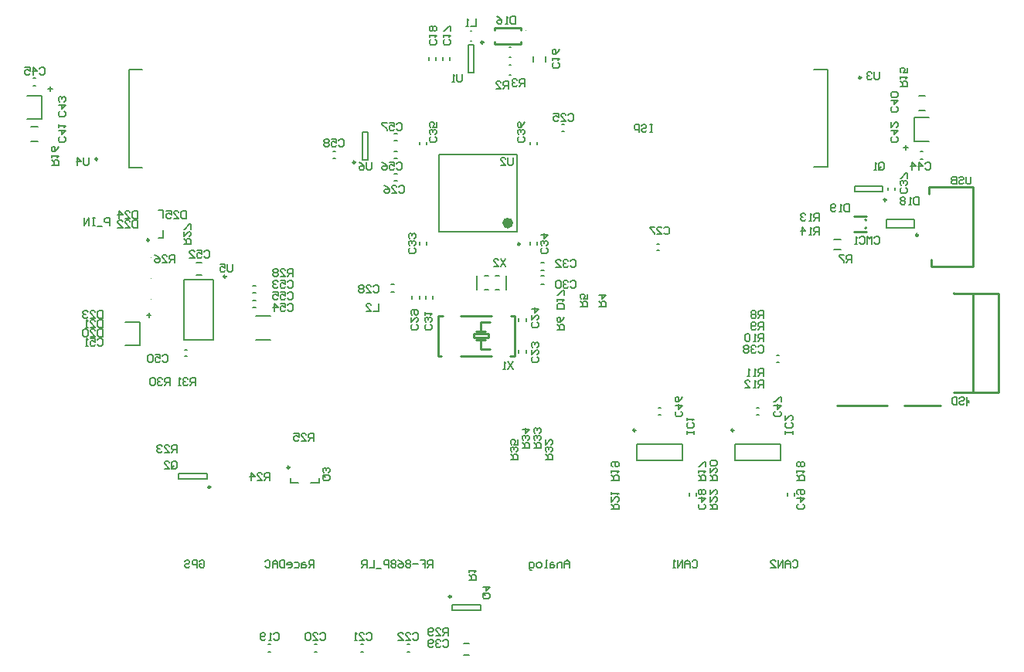
<source format=gbo>
G04 Layer_Color=32896*
%FSLAX44Y44*%
%MOMM*%
G71*
G01*
G75*
%ADD12C,0.2540*%
%ADD79C,0.1778*%
%ADD80C,0.1500*%
%ADD132C,0.2500*%
%ADD133C,0.2000*%
%ADD134C,0.1000*%
%ADD135C,0.6000*%
D12*
X494250Y199750D02*
Y207250D01*
X496250Y119500D02*
X542500D01*
X496250D02*
Y127250D01*
X494250Y207250D02*
X542500D01*
Y119500D02*
Y207250D01*
X542000Y89850D02*
X570000D01*
Y-17900D02*
Y89850D01*
X542000Y-17900D02*
X570000D01*
X521000Y89850D02*
Y91350D01*
Y89850D02*
X542000D01*
Y-17900D02*
Y89850D01*
X521000Y-17900D02*
X542000D01*
X467000Y-32900D02*
X506500D01*
X393000D02*
X448000D01*
X411750Y157750D02*
X425750D01*
X411750Y174750D02*
X425750D01*
X18000Y381500D02*
X47000D01*
X18000Y363500D02*
X47000D01*
Y379020D02*
Y381500D01*
X18000Y379020D02*
Y381500D01*
X47000Y363500D02*
Y365980D01*
X18000Y363500D02*
Y365980D01*
X11000Y42000D02*
Y46000D01*
X-5000Y42000D02*
X11000D01*
X-5000D02*
Y46000D01*
X11000D01*
X3000Y29000D02*
X13000D01*
X3000D02*
Y39000D01*
X-2000D02*
X8000D01*
X3000Y49000D02*
Y59000D01*
X-2000Y49000D02*
X8000D01*
X3000Y59000D02*
X13000D01*
X35000Y22000D02*
X40000D01*
Y66000D01*
X36000D02*
X40000D01*
X-44000Y22000D02*
X-40000D01*
X-44000D02*
Y66000D01*
X-39000D01*
X-19000D02*
X15000D01*
X-19000Y22000D02*
X15000D01*
D79*
X-1000Y94750D02*
Y109250D01*
X31000Y94750D02*
Y109250D01*
X19000Y94750D02*
X23000D01*
X7000D02*
X11000D01*
X19000Y109250D02*
X23000D01*
X7000D02*
X11000D01*
X195500Y144750D02*
X198500D01*
X195500Y137250D02*
X198500D01*
X346250Y-131500D02*
Y-128500D01*
X338750Y-131500D02*
Y-128500D01*
X238750Y-131500D02*
Y-128500D01*
X231250Y-131500D02*
Y-128500D01*
X304750Y-35000D02*
X307750D01*
X304750Y-42500D02*
X307750D01*
X197250Y-35000D02*
X200250D01*
X197250Y-42500D02*
X200250D01*
X327000Y14850D02*
X330000D01*
X327000Y22350D02*
X330000D01*
X456940Y203350D02*
Y206350D01*
X449440Y203350D02*
Y206350D01*
X484500Y246250D02*
X487500D01*
X484500Y237750D02*
X487500D01*
X478000Y283000D02*
X494000D01*
X478000Y257000D02*
X494000D01*
X478000D02*
Y283000D01*
X468500Y247500D02*
Y252500D01*
X466000Y250000D02*
X471000D01*
X482500Y307000D02*
X489500D01*
X482500Y291000D02*
X489500D01*
X-489500Y257250D02*
X-482500D01*
X-489500Y273250D02*
X-482500D01*
X-494000Y281250D02*
X-478000D01*
X-494000Y307250D02*
X-478000D01*
Y281250D02*
Y307250D01*
X-468500Y311750D02*
Y316750D01*
X-471000Y314250D02*
X-466000D01*
X-487500Y318000D02*
X-484500D01*
X-487500Y326500D02*
X-484500D01*
X74250Y344500D02*
Y350500D01*
X60750Y344500D02*
Y350500D01*
X34500Y340500D02*
X35500D01*
X34500Y329500D02*
X35500D01*
X34500Y360500D02*
X35500D01*
X34500Y349500D02*
X35500D01*
X-8000Y367000D02*
X-7000D01*
X-8000Y378000D02*
X-7000D01*
X-31250Y346000D02*
Y349000D01*
X-38750Y346000D02*
Y349000D01*
X-46250Y346000D02*
Y349000D01*
X-53750Y346000D02*
Y349000D01*
X91500Y275750D02*
X94500D01*
X91500Y268250D02*
X94500D01*
X64250Y253500D02*
Y256500D01*
X56750Y253500D02*
Y256500D01*
X-64250Y253500D02*
Y256500D01*
X-56750Y253500D02*
Y256500D01*
X64250Y143500D02*
Y146500D01*
X56750Y143500D02*
Y146500D01*
X-64250Y143500D02*
Y146500D01*
X-56750Y143500D02*
Y146500D01*
X69000Y124250D02*
X72000D01*
X69000Y115750D02*
X72000D01*
X69000Y109250D02*
X72000D01*
X69000Y100750D02*
X72000D01*
X44250Y25000D02*
Y28000D01*
X52750Y25000D02*
Y28000D01*
X44250Y60000D02*
Y63000D01*
X52750Y60000D02*
Y63000D01*
X-57250Y84500D02*
Y87500D01*
X-49750Y84500D02*
Y87500D01*
X-72750Y84500D02*
Y87500D01*
X-64250Y84500D02*
Y87500D01*
X-95000Y100250D02*
X-92000D01*
X-95000Y91750D02*
X-92000D01*
X-92000Y213750D02*
X-89000D01*
X-92000Y221250D02*
X-89000D01*
X-92000Y246250D02*
X-89000D01*
X-92000Y238750D02*
X-89000D01*
X-92000Y257750D02*
X-89000D01*
X-92000Y265250D02*
X-89000D01*
X-159000Y246250D02*
X-156000D01*
X-159000Y238750D02*
X-156000D01*
X-243250Y39750D02*
X-227250D01*
X-243250Y65750D02*
X-227250D01*
X-246500Y82500D02*
X-243500D01*
X-246500Y75000D02*
X-243500D01*
X-246500Y98750D02*
X-243500D01*
X-246500Y91250D02*
X-243500D01*
X-309000Y110500D02*
X-303000D01*
X-309000Y124000D02*
X-303000D01*
X-321500Y28750D02*
X-318500D01*
X-321500Y21250D02*
X-318500D01*
X-363250Y66250D02*
X-358250D01*
X-360750Y63750D02*
Y68750D01*
X-370250Y33250D02*
Y59250D01*
X-386250D02*
X-370250D01*
X-386250Y33250D02*
X-370250D01*
X-15700Y-306250D02*
X-9700D01*
X-15700Y-293750D02*
X-9700D01*
X-77700Y-302700D02*
X-74700D01*
X-77700Y-294200D02*
X-74700D01*
X-128500Y-302700D02*
X-125500D01*
X-128500Y-294200D02*
X-125500D01*
X-179300Y-302700D02*
X-176300D01*
X-179300Y-294200D02*
X-176300D01*
X-230100Y-302700D02*
X-227100D01*
X-230100Y-294200D02*
X-227100D01*
D80*
X-10160Y-223520D02*
X-2163D01*
Y-219521D01*
X-3496Y-218188D01*
X-6161D01*
X-7494Y-219521D01*
Y-223520D01*
Y-220854D02*
X-10160Y-218188D01*
Y-215523D02*
Y-212857D01*
Y-214190D01*
X-2163D01*
X-3496Y-215523D01*
X-33020Y-284480D02*
Y-276483D01*
X-37019D01*
X-38352Y-277815D01*
Y-280481D01*
X-37019Y-281814D01*
X-33020D01*
X-35686D02*
X-38352Y-284480D01*
X-46349D02*
X-41017D01*
X-46349Y-279148D01*
Y-277815D01*
X-45016Y-276483D01*
X-42350D01*
X-41017Y-277815D01*
X-49015Y-283147D02*
X-50348Y-284480D01*
X-53014D01*
X-54346Y-283147D01*
Y-277815D01*
X-53014Y-276483D01*
X-50348D01*
X-49015Y-277815D01*
Y-279148D01*
X-50348Y-280481D01*
X-54346D01*
X-38352Y-290515D02*
X-37019Y-289183D01*
X-34353D01*
X-33020Y-290515D01*
Y-295847D01*
X-34353Y-297180D01*
X-37019D01*
X-38352Y-295847D01*
X-41017Y-290515D02*
X-42350Y-289183D01*
X-45016D01*
X-46349Y-290515D01*
Y-291848D01*
X-45016Y-293181D01*
X-43683D01*
X-45016D01*
X-46349Y-294514D01*
Y-295847D01*
X-45016Y-297180D01*
X-42350D01*
X-41017Y-295847D01*
X-49015D02*
X-50348Y-297180D01*
X-53014D01*
X-54346Y-295847D01*
Y-290515D01*
X-53014Y-289183D01*
X-50348D01*
X-49015Y-290515D01*
Y-291848D01*
X-50348Y-293181D01*
X-54346D01*
X-116840Y234057D02*
Y227393D01*
X-118173Y226060D01*
X-120839D01*
X-122172Y227393D01*
Y234057D01*
X-130169D02*
X-127503Y232724D01*
X-124837Y230059D01*
Y227393D01*
X-126170Y226060D01*
X-128836D01*
X-130169Y227393D01*
Y228726D01*
X-128836Y230059D01*
X-124837D01*
X-269240Y122297D02*
Y115633D01*
X-270573Y114300D01*
X-273239D01*
X-274572Y115633D01*
Y122297D01*
X-282569D02*
X-277237D01*
Y118299D01*
X-279903Y119632D01*
X-281236D01*
X-282569Y118299D01*
Y115633D01*
X-281236Y114300D01*
X-278570D01*
X-277237Y115633D01*
X-203200Y109220D02*
Y117217D01*
X-207199D01*
X-208532Y115885D01*
Y113219D01*
X-207199Y111886D01*
X-203200D01*
X-205866D02*
X-208532Y109220D01*
X-216529D02*
X-211197D01*
X-216529Y114552D01*
Y115885D01*
X-215196Y117217D01*
X-212530D01*
X-211197Y115885D01*
X-219195D02*
X-220528Y117217D01*
X-223194D01*
X-224526Y115885D01*
Y114552D01*
X-223194Y113219D01*
X-224526Y111886D01*
Y110553D01*
X-223194Y109220D01*
X-220528D01*
X-219195Y110553D01*
Y111886D01*
X-220528Y113219D01*
X-219195Y114552D01*
Y115885D01*
X-220528Y113219D02*
X-223194D01*
X-322580Y144780D02*
X-314583D01*
Y148779D01*
X-315916Y150112D01*
X-318581D01*
X-319914Y148779D01*
Y144780D01*
Y147446D02*
X-322580Y150112D01*
Y158109D02*
Y152777D01*
X-317248Y158109D01*
X-315916D01*
X-314583Y156776D01*
Y154110D01*
X-315916Y152777D01*
X-314583Y160775D02*
Y166106D01*
X-315916D01*
X-321247Y160775D01*
X-322580D01*
X-332740Y124460D02*
Y132457D01*
X-336739D01*
X-338072Y131124D01*
Y128459D01*
X-336739Y127126D01*
X-332740D01*
X-335406D02*
X-338072Y124460D01*
X-346069D02*
X-340737D01*
X-346069Y129792D01*
Y131124D01*
X-344736Y132457D01*
X-342070D01*
X-340737Y131124D01*
X-354066Y132457D02*
X-351401Y131124D01*
X-348735Y128459D01*
Y125793D01*
X-350068Y124460D01*
X-352734D01*
X-354066Y125793D01*
Y127126D01*
X-352734Y128459D01*
X-348735D01*
X-320040Y180717D02*
Y172720D01*
X-324039D01*
X-325372Y174053D01*
Y179384D01*
X-324039Y180717D01*
X-320040D01*
X-333369Y172720D02*
X-328037D01*
X-333369Y178052D01*
Y179384D01*
X-332036Y180717D01*
X-329370D01*
X-328037Y179384D01*
X-341366Y180717D02*
X-336035D01*
Y176719D01*
X-338701Y178052D01*
X-340034D01*
X-341366Y176719D01*
Y174053D01*
X-340034Y172720D01*
X-337368D01*
X-336035Y174053D01*
X-373380Y180717D02*
Y172720D01*
X-377379D01*
X-378712Y174053D01*
Y179384D01*
X-377379Y180717D01*
X-373380D01*
X-386709Y172720D02*
X-381377D01*
X-386709Y178052D01*
Y179384D01*
X-385376Y180717D01*
X-382710D01*
X-381377Y179384D01*
X-393374Y172720D02*
Y180717D01*
X-389375Y176719D01*
X-394706D01*
X-411480Y71497D02*
Y63500D01*
X-415479D01*
X-416812Y64833D01*
Y70164D01*
X-415479Y71497D01*
X-411480D01*
X-424809Y63500D02*
X-419477D01*
X-424809Y68832D01*
Y70164D01*
X-423476Y71497D01*
X-420810D01*
X-419477Y70164D01*
X-427475D02*
X-428808Y71497D01*
X-431474D01*
X-432806Y70164D01*
Y68832D01*
X-431474Y67499D01*
X-430141D01*
X-431474D01*
X-432806Y66166D01*
Y64833D01*
X-431474Y63500D01*
X-428808D01*
X-427475Y64833D01*
X-373380Y170557D02*
Y162560D01*
X-377379D01*
X-378712Y163893D01*
Y169224D01*
X-377379Y170557D01*
X-373380D01*
X-386709Y162560D02*
X-381377D01*
X-386709Y167892D01*
Y169224D01*
X-385376Y170557D01*
X-382710D01*
X-381377Y169224D01*
X-394706Y162560D02*
X-389375D01*
X-394706Y167892D01*
Y169224D01*
X-393374Y170557D01*
X-390708D01*
X-389375Y169224D01*
X-411480Y61337D02*
Y53340D01*
X-415479D01*
X-416812Y54673D01*
Y60005D01*
X-415479Y61337D01*
X-411480D01*
X-424809Y53340D02*
X-419477D01*
X-424809Y58672D01*
Y60005D01*
X-423476Y61337D01*
X-420810D01*
X-419477Y60005D01*
X-427475Y53340D02*
X-430141D01*
X-428808D01*
Y61337D01*
X-427475Y60005D01*
X-411480Y51177D02*
Y43180D01*
X-415479D01*
X-416812Y44513D01*
Y49844D01*
X-415479Y51177D01*
X-411480D01*
X-424809Y43180D02*
X-419477D01*
X-424809Y48512D01*
Y49844D01*
X-423476Y51177D01*
X-420810D01*
X-419477Y49844D01*
X-427475D02*
X-428808Y51177D01*
X-431474D01*
X-432806Y49844D01*
Y44513D01*
X-431474Y43180D01*
X-428808D01*
X-427475Y44513D01*
Y49844D01*
X-89152Y275905D02*
X-87819Y277237D01*
X-85153D01*
X-83820Y275905D01*
Y270573D01*
X-85153Y269240D01*
X-87819D01*
X-89152Y270573D01*
X-97149Y277237D02*
X-91817D01*
Y273239D01*
X-94483Y274572D01*
X-95816D01*
X-97149Y273239D01*
Y270573D01*
X-95816Y269240D01*
X-93150D01*
X-91817Y270573D01*
X-99815Y277237D02*
X-105146D01*
Y275905D01*
X-99815Y270573D01*
Y269240D01*
X-89152Y232724D02*
X-87819Y234057D01*
X-85153D01*
X-83820Y232724D01*
Y227393D01*
X-85153Y226060D01*
X-87819D01*
X-89152Y227393D01*
X-97149Y234057D02*
X-91817D01*
Y230059D01*
X-94483Y231392D01*
X-95816D01*
X-97149Y230059D01*
Y227393D01*
X-95816Y226060D01*
X-93150D01*
X-91817Y227393D01*
X-105146Y234057D02*
X-102481Y232724D01*
X-99815Y230059D01*
Y227393D01*
X-101148Y226060D01*
X-103814D01*
X-105146Y227393D01*
Y228726D01*
X-103814Y230059D01*
X-99815D01*
X-208532Y90485D02*
X-207199Y91817D01*
X-204533D01*
X-203200Y90485D01*
Y85153D01*
X-204533Y83820D01*
X-207199D01*
X-208532Y85153D01*
X-216529Y91817D02*
X-211197D01*
Y87819D01*
X-213863Y89152D01*
X-215196D01*
X-216529Y87819D01*
Y85153D01*
X-215196Y83820D01*
X-212530D01*
X-211197Y85153D01*
X-224526Y91817D02*
X-219195D01*
Y87819D01*
X-221861Y89152D01*
X-223194D01*
X-224526Y87819D01*
Y85153D01*
X-223194Y83820D01*
X-220528D01*
X-219195Y85153D01*
X-208532Y77785D02*
X-207199Y79117D01*
X-204533D01*
X-203200Y77785D01*
Y72453D01*
X-204533Y71120D01*
X-207199D01*
X-208532Y72453D01*
X-216529Y79117D02*
X-211197D01*
Y75119D01*
X-213863Y76452D01*
X-215196D01*
X-216529Y75119D01*
Y72453D01*
X-215196Y71120D01*
X-212530D01*
X-211197Y72453D01*
X-223194Y71120D02*
Y79117D01*
X-219195Y75119D01*
X-224526D01*
X-208532Y103184D02*
X-207199Y104517D01*
X-204533D01*
X-203200Y103184D01*
Y97853D01*
X-204533Y96520D01*
X-207199D01*
X-208532Y97853D01*
X-216529Y104517D02*
X-211197D01*
Y100519D01*
X-213863Y101852D01*
X-215196D01*
X-216529Y100519D01*
Y97853D01*
X-215196Y96520D01*
X-212530D01*
X-211197Y97853D01*
X-219195Y103184D02*
X-220528Y104517D01*
X-223194D01*
X-224526Y103184D01*
Y101852D01*
X-223194Y100519D01*
X-221861D01*
X-223194D01*
X-224526Y99186D01*
Y97853D01*
X-223194Y96520D01*
X-220528D01*
X-219195Y97853D01*
X-299972Y136205D02*
X-298639Y137537D01*
X-295973D01*
X-294640Y136205D01*
Y130873D01*
X-295973Y129540D01*
X-298639D01*
X-299972Y130873D01*
X-307969Y137537D02*
X-302637D01*
Y133539D01*
X-305303Y134872D01*
X-306636D01*
X-307969Y133539D01*
Y130873D01*
X-306636Y129540D01*
X-303970D01*
X-302637Y130873D01*
X-315966Y129540D02*
X-310635D01*
X-315966Y134872D01*
Y136205D01*
X-314634Y137537D01*
X-311968D01*
X-310635Y136205D01*
X-416812Y39685D02*
X-415479Y41017D01*
X-412813D01*
X-411480Y39685D01*
Y34353D01*
X-412813Y33020D01*
X-415479D01*
X-416812Y34353D01*
X-424809Y41017D02*
X-419477D01*
Y37019D01*
X-422143Y38352D01*
X-423476D01*
X-424809Y37019D01*
Y34353D01*
X-423476Y33020D01*
X-420810D01*
X-419477Y34353D01*
X-427475Y33020D02*
X-430141D01*
X-428808D01*
Y41017D01*
X-427475Y39685D01*
X540000Y218247D02*
Y211583D01*
X538667Y210250D01*
X536001D01*
X534668Y211583D01*
Y218247D01*
X526671Y216915D02*
X528004Y218247D01*
X530670D01*
X532003Y216915D01*
Y215582D01*
X530670Y214249D01*
X528004D01*
X526671Y212916D01*
Y211583D01*
X528004Y210250D01*
X530670D01*
X532003Y211583D01*
X524005Y218247D02*
Y210250D01*
X520006D01*
X518674Y211583D01*
Y212916D01*
X520006Y214249D01*
X524005D01*
X520006D01*
X518674Y215582D01*
Y216915D01*
X520006Y218247D01*
X524005D01*
X538000Y-27501D02*
X535334D01*
X538000Y-28834D02*
X535334D01*
Y-23503D02*
Y-32833D01*
X527337Y-24836D02*
X528670Y-23503D01*
X531335D01*
X532668Y-24836D01*
Y-26168D01*
X531335Y-27501D01*
X528670D01*
X527337Y-28834D01*
Y-30167D01*
X528670Y-31500D01*
X531335D01*
X532668Y-30167D01*
X524671Y-23503D02*
Y-31500D01*
X520672D01*
X519339Y-30167D01*
Y-24836D01*
X520672Y-23503D01*
X524671D01*
X38100Y239137D02*
Y232473D01*
X36767Y231140D01*
X34101D01*
X32768Y232473D01*
Y239137D01*
X24771Y231140D02*
X30103D01*
X24771Y236472D01*
Y237805D01*
X26104Y239137D01*
X28770D01*
X30103Y237805D01*
X87944Y343152D02*
X89277Y341819D01*
Y339153D01*
X87944Y337820D01*
X82613D01*
X81280Y339153D01*
Y341819D01*
X82613Y343152D01*
X81280Y345817D02*
Y348483D01*
Y347150D01*
X89277D01*
X87944Y345817D01*
X89277Y357814D02*
X87944Y355148D01*
X85279Y352482D01*
X82613D01*
X81280Y353815D01*
Y356481D01*
X82613Y357814D01*
X83946D01*
X85279Y356481D01*
Y352482D01*
X-31435Y368552D02*
X-30103Y367219D01*
Y364553D01*
X-31435Y363220D01*
X-36767D01*
X-38100Y364553D01*
Y367219D01*
X-36767Y368552D01*
X-38100Y371217D02*
Y373883D01*
Y372550D01*
X-30103D01*
X-31435Y371217D01*
X-30103Y377882D02*
Y383214D01*
X-31435D01*
X-36767Y377882D01*
X-38100D01*
X-46676Y368552D02*
X-45343Y367219D01*
Y364553D01*
X-46676Y363220D01*
X-52007D01*
X-53340Y364553D01*
Y367219D01*
X-52007Y368552D01*
X-53340Y371217D02*
Y373883D01*
Y372550D01*
X-45343D01*
X-46676Y371217D01*
Y377882D02*
X-45343Y379215D01*
Y381881D01*
X-46676Y383214D01*
X-48008D01*
X-49341Y381881D01*
X-50674Y383214D01*
X-52007D01*
X-53340Y381881D01*
Y379215D01*
X-52007Y377882D01*
X-50674D01*
X-49341Y379215D01*
X-48008Y377882D01*
X-46676D01*
X-49341Y379215D02*
Y381881D01*
X-223772Y-282896D02*
X-222439Y-281563D01*
X-219773D01*
X-218440Y-282896D01*
Y-288227D01*
X-219773Y-289560D01*
X-222439D01*
X-223772Y-288227D01*
X-226437Y-289560D02*
X-229103D01*
X-227770D01*
Y-281563D01*
X-226437Y-282896D01*
X-233102Y-288227D02*
X-234435Y-289560D01*
X-237101D01*
X-238434Y-288227D01*
Y-282896D01*
X-237101Y-281563D01*
X-234435D01*
X-233102Y-282896D01*
Y-284228D01*
X-234435Y-285561D01*
X-238434D01*
X-172972Y-282896D02*
X-171639Y-281563D01*
X-168973D01*
X-167640Y-282896D01*
Y-288227D01*
X-168973Y-289560D01*
X-171639D01*
X-172972Y-288227D01*
X-180969Y-289560D02*
X-175637D01*
X-180969Y-284228D01*
Y-282896D01*
X-179636Y-281563D01*
X-176970D01*
X-175637Y-282896D01*
X-183635D02*
X-184968Y-281563D01*
X-187634D01*
X-188966Y-282896D01*
Y-288227D01*
X-187634Y-289560D01*
X-184968D01*
X-183635Y-288227D01*
Y-282896D01*
X-122172D02*
X-120839Y-281563D01*
X-118173D01*
X-116840Y-282896D01*
Y-288227D01*
X-118173Y-289560D01*
X-120839D01*
X-122172Y-288227D01*
X-130169Y-289560D02*
X-124837D01*
X-130169Y-284228D01*
Y-282896D01*
X-128836Y-281563D01*
X-126170D01*
X-124837Y-282896D01*
X-132835Y-289560D02*
X-135501D01*
X-134168D01*
Y-281563D01*
X-132835Y-282896D01*
X-71372D02*
X-70039Y-281563D01*
X-67373D01*
X-66040Y-282896D01*
Y-288227D01*
X-67373Y-289560D01*
X-70039D01*
X-71372Y-288227D01*
X-79369Y-289560D02*
X-74037D01*
X-79369Y-284228D01*
Y-282896D01*
X-78036Y-281563D01*
X-75370D01*
X-74037Y-282896D01*
X-87366Y-289560D02*
X-82035D01*
X-87366Y-284228D01*
Y-282896D01*
X-86034Y-281563D01*
X-83368D01*
X-82035Y-282896D01*
X40640Y394077D02*
Y386080D01*
X36641D01*
X35308Y387413D01*
Y392744D01*
X36641Y394077D01*
X40640D01*
X32643Y386080D02*
X29977D01*
X31310D01*
Y394077D01*
X32643Y392744D01*
X20646Y394077D02*
X23312Y392744D01*
X25978Y390079D01*
Y387413D01*
X24645Y386080D01*
X21979D01*
X20646Y387413D01*
Y388746D01*
X21979Y390079D01*
X25978D01*
X-2540Y391537D02*
Y383540D01*
X-7872D01*
X-10537D02*
X-13203D01*
X-11870D01*
Y391537D01*
X-10537Y390205D01*
X33020Y314960D02*
Y322957D01*
X29021D01*
X27688Y321624D01*
Y318959D01*
X29021Y317626D01*
X33020D01*
X30354D02*
X27688Y314960D01*
X19691D02*
X25023D01*
X19691Y320292D01*
Y321624D01*
X21024Y322957D01*
X23690D01*
X25023Y321624D01*
X50800Y317500D02*
Y325497D01*
X46801D01*
X45468Y324165D01*
Y321499D01*
X46801Y320166D01*
X50800D01*
X48134D02*
X45468Y317500D01*
X42803Y324165D02*
X41470Y325497D01*
X38804D01*
X37471Y324165D01*
Y322832D01*
X38804Y321499D01*
X40137D01*
X38804D01*
X37471Y320166D01*
Y318833D01*
X38804Y317500D01*
X41470D01*
X42803Y318833D01*
X-17780Y330577D02*
Y323913D01*
X-19113Y322580D01*
X-21779D01*
X-23112Y323913D01*
Y330577D01*
X-25777Y322580D02*
X-28443D01*
X-27110D01*
Y330577D01*
X-25777Y329244D01*
X65085Y20572D02*
X66417Y19239D01*
Y16573D01*
X65085Y15240D01*
X59753D01*
X58420Y16573D01*
Y19239D01*
X59753Y20572D01*
X58420Y28569D02*
Y23237D01*
X63752Y28569D01*
X65085D01*
X66417Y27236D01*
Y24570D01*
X65085Y23237D01*
Y31235D02*
X66417Y32568D01*
Y35234D01*
X65085Y36566D01*
X63752D01*
X62419Y35234D01*
Y33901D01*
Y35234D01*
X61086Y36566D01*
X59753D01*
X58420Y35234D01*
Y32568D01*
X59753Y31235D01*
X65085Y58672D02*
X66417Y57339D01*
Y54673D01*
X65085Y53340D01*
X59753D01*
X58420Y54673D01*
Y57339D01*
X59753Y58672D01*
X58420Y66669D02*
Y61337D01*
X63752Y66669D01*
X65085D01*
X66417Y65336D01*
Y62670D01*
X65085Y61337D01*
X58420Y73334D02*
X66417D01*
X62419Y69335D01*
Y74666D01*
X98808Y286064D02*
X100141Y287397D01*
X102807D01*
X104140Y286064D01*
Y280733D01*
X102807Y279400D01*
X100141D01*
X98808Y280733D01*
X90811Y279400D02*
X96143D01*
X90811Y284732D01*
Y286064D01*
X92144Y287397D01*
X94810D01*
X96143Y286064D01*
X82814Y287397D02*
X88145D01*
Y283399D01*
X85479Y284732D01*
X84146D01*
X82814Y283399D01*
Y280733D01*
X84146Y279400D01*
X86812D01*
X88145Y280733D01*
X-86612Y207325D02*
X-85279Y208657D01*
X-82613D01*
X-81280Y207325D01*
Y201993D01*
X-82613Y200660D01*
X-85279D01*
X-86612Y201993D01*
X-94609Y200660D02*
X-89277D01*
X-94609Y205992D01*
Y207325D01*
X-93276Y208657D01*
X-90610D01*
X-89277Y207325D01*
X-102606Y208657D02*
X-99941Y207325D01*
X-97275Y204659D01*
Y201993D01*
X-98608Y200660D01*
X-101274D01*
X-102606Y201993D01*
Y203326D01*
X-101274Y204659D01*
X-97275D01*
X203930Y161931D02*
X205263Y163263D01*
X207929D01*
X209262Y161931D01*
Y156599D01*
X207929Y155266D01*
X205263D01*
X203930Y156599D01*
X195933Y155266D02*
X201265D01*
X195933Y160598D01*
Y161931D01*
X197266Y163263D01*
X199932D01*
X201265Y161931D01*
X193267Y163263D02*
X187936D01*
Y161931D01*
X193267Y156599D01*
Y155266D01*
X-114552Y98104D02*
X-113219Y99437D01*
X-110553D01*
X-109220Y98104D01*
Y92773D01*
X-110553Y91440D01*
X-113219D01*
X-114552Y92773D01*
X-122549Y91440D02*
X-117217D01*
X-122549Y96772D01*
Y98104D01*
X-121216Y99437D01*
X-118550D01*
X-117217Y98104D01*
X-125215D02*
X-126548Y99437D01*
X-129214D01*
X-130546Y98104D01*
Y96772D01*
X-129214Y95439D01*
X-130546Y94106D01*
Y92773D01*
X-129214Y91440D01*
X-126548D01*
X-125215Y92773D01*
Y94106D01*
X-126548Y95439D01*
X-125215Y96772D01*
Y98104D01*
X-126548Y95439D02*
X-129214D01*
X-66996Y56132D02*
X-65663Y54799D01*
Y52133D01*
X-66996Y50800D01*
X-72327D01*
X-73660Y52133D01*
Y54799D01*
X-72327Y56132D01*
X-73660Y64129D02*
Y58797D01*
X-68328Y64129D01*
X-66996D01*
X-65663Y62796D01*
Y60130D01*
X-66996Y58797D01*
X-72327Y66795D02*
X-73660Y68128D01*
Y70794D01*
X-72327Y72126D01*
X-66996D01*
X-65663Y70794D01*
Y68128D01*
X-66996Y66795D01*
X-68328D01*
X-69661Y68128D01*
Y72126D01*
X101348Y103184D02*
X102681Y104517D01*
X105347D01*
X106680Y103184D01*
Y97853D01*
X105347Y96520D01*
X102681D01*
X101348Y97853D01*
X98683Y103184D02*
X97350Y104517D01*
X94684D01*
X93351Y103184D01*
Y101852D01*
X94684Y100519D01*
X96017D01*
X94684D01*
X93351Y99186D01*
Y97853D01*
X94684Y96520D01*
X97350D01*
X98683Y97853D01*
X90685Y103184D02*
X89352Y104517D01*
X86686D01*
X85354Y103184D01*
Y97853D01*
X86686Y96520D01*
X89352D01*
X90685Y97853D01*
Y103184D01*
X-51755Y56132D02*
X-50423Y54799D01*
Y52133D01*
X-51755Y50800D01*
X-57087D01*
X-58420Y52133D01*
Y54799D01*
X-57087Y56132D01*
X-51755Y58797D02*
X-50423Y60130D01*
Y62796D01*
X-51755Y64129D01*
X-53088D01*
X-54421Y62796D01*
Y61463D01*
Y62796D01*
X-55754Y64129D01*
X-57087D01*
X-58420Y62796D01*
Y60130D01*
X-57087Y58797D01*
X-58420Y66795D02*
Y69461D01*
Y68128D01*
X-50423D01*
X-51755Y66795D01*
X101348Y126045D02*
X102681Y127377D01*
X105347D01*
X106680Y126045D01*
Y120713D01*
X105347Y119380D01*
X102681D01*
X101348Y120713D01*
X98683Y126045D02*
X97350Y127377D01*
X94684D01*
X93351Y126045D01*
Y124712D01*
X94684Y123379D01*
X96017D01*
X94684D01*
X93351Y122046D01*
Y120713D01*
X94684Y119380D01*
X97350D01*
X98683Y120713D01*
X85354Y119380D02*
X90685D01*
X85354Y124712D01*
Y126045D01*
X86686Y127377D01*
X89352D01*
X90685Y126045D01*
X-69535Y139952D02*
X-68203Y138619D01*
Y135953D01*
X-69535Y134620D01*
X-74867D01*
X-76200Y135953D01*
Y138619D01*
X-74867Y139952D01*
X-69535Y142617D02*
X-68203Y143950D01*
Y146616D01*
X-69535Y147949D01*
X-70868D01*
X-72201Y146616D01*
Y145283D01*
Y146616D01*
X-73534Y147949D01*
X-74867D01*
X-76200Y146616D01*
Y143950D01*
X-74867Y142617D01*
X-69535Y150615D02*
X-68203Y151948D01*
Y154614D01*
X-69535Y155946D01*
X-70868D01*
X-72201Y154614D01*
Y153281D01*
Y154614D01*
X-73534Y155946D01*
X-74867D01*
X-76200Y154614D01*
Y151948D01*
X-74867Y150615D01*
X75244Y139952D02*
X76577Y138619D01*
Y135953D01*
X75244Y134620D01*
X69913D01*
X68580Y135953D01*
Y138619D01*
X69913Y139952D01*
X75244Y142617D02*
X76577Y143950D01*
Y146616D01*
X75244Y147949D01*
X73912D01*
X72579Y146616D01*
Y145283D01*
Y146616D01*
X71246Y147949D01*
X69913D01*
X68580Y146616D01*
Y143950D01*
X69913Y142617D01*
X68580Y154614D02*
X76577D01*
X72579Y150615D01*
Y155946D01*
X-46676Y261872D02*
X-45343Y260539D01*
Y257873D01*
X-46676Y256540D01*
X-52007D01*
X-53340Y257873D01*
Y260539D01*
X-52007Y261872D01*
X-46676Y264537D02*
X-45343Y265870D01*
Y268536D01*
X-46676Y269869D01*
X-48008D01*
X-49341Y268536D01*
Y267203D01*
Y268536D01*
X-50674Y269869D01*
X-52007D01*
X-53340Y268536D01*
Y265870D01*
X-52007Y264537D01*
X-45343Y277866D02*
Y272535D01*
X-49341D01*
X-48008Y275201D01*
Y276534D01*
X-49341Y277866D01*
X-52007D01*
X-53340Y276534D01*
Y273868D01*
X-52007Y272535D01*
X49844Y261872D02*
X51177Y260539D01*
Y257873D01*
X49844Y256540D01*
X44513D01*
X43180Y257873D01*
Y260539D01*
X44513Y261872D01*
X49844Y264537D02*
X51177Y265870D01*
Y268536D01*
X49844Y269869D01*
X48512D01*
X47179Y268536D01*
Y267203D01*
Y268536D01*
X45846Y269869D01*
X44513D01*
X43180Y268536D01*
Y265870D01*
X44513Y264537D01*
X51177Y277866D02*
X49844Y275201D01*
X47179Y272535D01*
X44513D01*
X43180Y273868D01*
Y276534D01*
X44513Y277866D01*
X45846D01*
X47179Y276534D01*
Y272535D01*
X468945Y205992D02*
X470277Y204659D01*
Y201993D01*
X468945Y200660D01*
X463613D01*
X462280Y201993D01*
Y204659D01*
X463613Y205992D01*
X468945Y208657D02*
X470277Y209990D01*
Y212656D01*
X468945Y213989D01*
X467612D01*
X466279Y212656D01*
Y211323D01*
Y212656D01*
X464946Y213989D01*
X463613D01*
X462280Y212656D01*
Y209990D01*
X463613Y208657D01*
X470277Y216655D02*
Y221986D01*
X468945D01*
X463613Y216655D01*
X462280D01*
X307088Y32064D02*
X308421Y33397D01*
X311087D01*
X312420Y32064D01*
Y26733D01*
X311087Y25400D01*
X308421D01*
X307088Y26733D01*
X304423Y32064D02*
X303090Y33397D01*
X300424D01*
X299091Y32064D01*
Y30732D01*
X300424Y29399D01*
X301757D01*
X300424D01*
X299091Y28066D01*
Y26733D01*
X300424Y25400D01*
X303090D01*
X304423Y26733D01*
X296425Y32064D02*
X295092Y33397D01*
X292426D01*
X291094Y32064D01*
Y30732D01*
X292426Y29399D01*
X291094Y28066D01*
Y26733D01*
X292426Y25400D01*
X295092D01*
X296425Y26733D01*
Y28066D01*
X295092Y29399D01*
X296425Y30732D01*
Y32064D01*
X295092Y29399D02*
X292426D01*
X458784Y294892D02*
X460117Y293559D01*
Y290893D01*
X458784Y289560D01*
X453453D01*
X452120Y290893D01*
Y293559D01*
X453453Y294892D01*
X452120Y301556D02*
X460117D01*
X456119Y297557D01*
Y302889D01*
X458784Y305555D02*
X460117Y306888D01*
Y309554D01*
X458784Y310886D01*
X453453D01*
X452120Y309554D01*
Y306888D01*
X453453Y305555D01*
X458784D01*
X-453075Y261872D02*
X-451743Y260539D01*
Y257873D01*
X-453075Y256540D01*
X-458407D01*
X-459740Y257873D01*
Y260539D01*
X-458407Y261872D01*
X-459740Y268536D02*
X-451743D01*
X-455741Y264537D01*
Y269869D01*
X-459740Y272535D02*
Y275201D01*
Y273868D01*
X-451743D01*
X-453075Y272535D01*
X458784Y261872D02*
X460117Y260539D01*
Y257873D01*
X458784Y256540D01*
X453453D01*
X452120Y257873D01*
Y260539D01*
X453453Y261872D01*
X452120Y268536D02*
X460117D01*
X456119Y264537D01*
Y269869D01*
X452120Y277866D02*
Y272535D01*
X457452Y277866D01*
X458784D01*
X460117Y276534D01*
Y273868D01*
X458784Y272535D01*
X-453075Y289812D02*
X-451743Y288479D01*
Y285813D01*
X-453075Y284480D01*
X-458407D01*
X-459740Y285813D01*
Y288479D01*
X-458407Y289812D01*
X-459740Y296476D02*
X-451743D01*
X-455741Y292477D01*
Y297809D01*
X-453075Y300475D02*
X-451743Y301808D01*
Y304474D01*
X-453075Y305806D01*
X-454408D01*
X-455741Y304474D01*
Y303141D01*
Y304474D01*
X-457074Y305806D01*
X-458407D01*
X-459740Y304474D01*
Y301808D01*
X-458407Y300475D01*
X489968Y232724D02*
X491301Y234057D01*
X493967D01*
X495300Y232724D01*
Y227393D01*
X493967Y226060D01*
X491301D01*
X489968Y227393D01*
X483304Y226060D02*
Y234057D01*
X487303Y230059D01*
X481971D01*
X475306Y226060D02*
Y234057D01*
X479305Y230059D01*
X473974D01*
X-480312Y336865D02*
X-478979Y338197D01*
X-476313D01*
X-474980Y336865D01*
Y331533D01*
X-476313Y330200D01*
X-478979D01*
X-480312Y331533D01*
X-486976Y330200D02*
Y338197D01*
X-482977Y334199D01*
X-488309D01*
X-496306Y338197D02*
X-490975D01*
Y334199D01*
X-493641Y335532D01*
X-494974D01*
X-496306Y334199D01*
Y331533D01*
X-494974Y330200D01*
X-492308D01*
X-490975Y331533D01*
X222565Y-39118D02*
X223897Y-40451D01*
Y-43117D01*
X222565Y-44450D01*
X217233D01*
X215900Y-43117D01*
Y-40451D01*
X217233Y-39118D01*
X215900Y-32454D02*
X223897D01*
X219899Y-36453D01*
Y-31121D01*
X223897Y-23124D02*
X222565Y-25789D01*
X219899Y-28455D01*
X217233D01*
X215900Y-27122D01*
Y-24456D01*
X217233Y-23124D01*
X218566D01*
X219899Y-24456D01*
Y-28455D01*
X330514Y-39118D02*
X331847Y-40451D01*
Y-43117D01*
X330514Y-44450D01*
X325183D01*
X323850Y-43117D01*
Y-40451D01*
X325183Y-39118D01*
X323850Y-32454D02*
X331847D01*
X327849Y-36453D01*
Y-31121D01*
X331847Y-28455D02*
Y-23124D01*
X330514D01*
X325183Y-28455D01*
X323850D01*
X247964Y-140718D02*
X249297Y-142051D01*
Y-144717D01*
X247964Y-146050D01*
X242633D01*
X241300Y-144717D01*
Y-142051D01*
X242633Y-140718D01*
X241300Y-134054D02*
X249297D01*
X245299Y-138053D01*
Y-132721D01*
X247964Y-130055D02*
X249297Y-128722D01*
Y-126056D01*
X247964Y-124724D01*
X246632D01*
X245299Y-126056D01*
X243966Y-124724D01*
X242633D01*
X241300Y-126056D01*
Y-128722D01*
X242633Y-130055D01*
X243966D01*
X245299Y-128722D01*
X246632Y-130055D01*
X247964D01*
X245299Y-128722D02*
Y-126056D01*
X355914Y-140718D02*
X357247Y-142051D01*
Y-144717D01*
X355914Y-146050D01*
X350583D01*
X349250Y-144717D01*
Y-142051D01*
X350583Y-140718D01*
X349250Y-134054D02*
X357247D01*
X353249Y-138053D01*
Y-132721D01*
X350583Y-130055D02*
X349250Y-128722D01*
Y-126056D01*
X350583Y-124724D01*
X355914D01*
X357247Y-126056D01*
Y-128722D01*
X355914Y-130055D01*
X354582D01*
X353249Y-128722D01*
Y-124724D01*
X434088Y151445D02*
X435421Y152777D01*
X438087D01*
X439420Y151445D01*
Y146113D01*
X438087Y144780D01*
X435421D01*
X434088Y146113D01*
X431423Y144780D02*
Y152777D01*
X428757Y150112D01*
X426091Y152777D01*
Y144780D01*
X418094Y151445D02*
X419426Y152777D01*
X422092D01*
X423425Y151445D01*
Y146113D01*
X422092Y144780D01*
X419426D01*
X418094Y146113D01*
X415428Y144780D02*
X412762D01*
X414095D01*
Y152777D01*
X415428Y151445D01*
X94357Y73660D02*
X86360D01*
Y77659D01*
X87693Y78992D01*
X93025D01*
X94357Y77659D01*
Y73660D01*
X86360Y81657D02*
Y84323D01*
Y82990D01*
X94357D01*
X93025Y81657D01*
X94357Y88322D02*
Y93654D01*
X93025D01*
X87693Y88322D01*
X86360D01*
X482600Y195957D02*
Y187960D01*
X478601D01*
X477268Y189293D01*
Y194625D01*
X478601Y195957D01*
X482600D01*
X474603Y187960D02*
X471937D01*
X473270D01*
Y195957D01*
X474603Y194625D01*
X467938D02*
X466605Y195957D01*
X463939D01*
X462606Y194625D01*
Y193292D01*
X463939Y191959D01*
X462606Y190626D01*
Y189293D01*
X463939Y187960D01*
X466605D01*
X467938Y189293D01*
Y190626D01*
X466605Y191959D01*
X467938Y193292D01*
Y194625D01*
X466605Y191959D02*
X463939D01*
X406400Y188337D02*
Y180340D01*
X402401D01*
X401068Y181673D01*
Y187005D01*
X402401Y188337D01*
X406400D01*
X398403Y180340D02*
X395737D01*
X397070D01*
Y188337D01*
X398403Y187005D01*
X391738Y181673D02*
X390405Y180340D01*
X387739D01*
X386406Y181673D01*
Y187005D01*
X387739Y188337D01*
X390405D01*
X391738Y187005D01*
Y185672D01*
X390405Y184339D01*
X386406D01*
X236597Y-63500D02*
Y-60834D01*
Y-62167D01*
X228600D01*
Y-63500D01*
Y-60834D01*
X235264Y-51504D02*
X236597Y-52837D01*
Y-55503D01*
X235264Y-56835D01*
X229933D01*
X228600Y-55503D01*
Y-52837D01*
X229933Y-51504D01*
X228600Y-48838D02*
Y-46172D01*
Y-47505D01*
X236597D01*
X235264Y-48838D01*
X344547Y-63500D02*
Y-60834D01*
Y-62167D01*
X336550D01*
Y-63500D01*
Y-60834D01*
X343214Y-51504D02*
X344547Y-52837D01*
Y-55503D01*
X343214Y-56835D01*
X337883D01*
X336550Y-55503D01*
Y-52837D01*
X337883Y-51504D01*
X336550Y-43506D02*
Y-48838D01*
X341882Y-43506D01*
X343214D01*
X344547Y-44839D01*
Y-47505D01*
X343214Y-48838D01*
X-109220Y79117D02*
Y71120D01*
X-114552D01*
X-122549D02*
X-117217D01*
X-122549Y76452D01*
Y77785D01*
X-121216Y79117D01*
X-118550D01*
X-117217Y77785D01*
X191006Y275229D02*
X188340D01*
X189673D01*
Y267232D01*
X191006D01*
X188340D01*
X179010Y273897D02*
X180343Y275229D01*
X183008D01*
X184342Y273897D01*
Y272564D01*
X183008Y271231D01*
X180343D01*
X179010Y269898D01*
Y268565D01*
X180343Y267232D01*
X183008D01*
X184342Y268565D01*
X176344Y267232D02*
Y275229D01*
X172345D01*
X171012Y273897D01*
Y271231D01*
X172345Y269898D01*
X176344D01*
X-305332Y-203335D02*
X-303999Y-202003D01*
X-301333D01*
X-300000Y-203335D01*
Y-208667D01*
X-301333Y-210000D01*
X-303999D01*
X-305332Y-208667D01*
Y-206001D01*
X-302666D01*
X-307997Y-210000D02*
Y-202003D01*
X-311996D01*
X-313329Y-203335D01*
Y-206001D01*
X-311996Y-207334D01*
X-307997D01*
X-321326Y-203335D02*
X-319994Y-202003D01*
X-317328D01*
X-315995Y-203335D01*
Y-204668D01*
X-317328Y-206001D01*
X-319994D01*
X-321326Y-207334D01*
Y-208667D01*
X-319994Y-210000D01*
X-317328D01*
X-315995Y-208667D01*
X-50000Y-210000D02*
Y-202003D01*
X-53999D01*
X-55332Y-203335D01*
Y-206001D01*
X-53999Y-207334D01*
X-50000D01*
X-52666D02*
X-55332Y-210000D01*
X-63329Y-202003D02*
X-57997D01*
Y-206001D01*
X-60663D01*
X-57997D01*
Y-210000D01*
X-65995Y-206001D02*
X-71326D01*
X-73992Y-203335D02*
X-75325Y-202003D01*
X-77991D01*
X-79324Y-203335D01*
Y-204668D01*
X-77991Y-206001D01*
X-79324Y-207334D01*
Y-208667D01*
X-77991Y-210000D01*
X-75325D01*
X-73992Y-208667D01*
Y-207334D01*
X-75325Y-206001D01*
X-73992Y-204668D01*
Y-203335D01*
X-75325Y-206001D02*
X-77991D01*
X-87321Y-202003D02*
X-84656Y-203335D01*
X-81990Y-206001D01*
Y-208667D01*
X-83323Y-210000D01*
X-85988D01*
X-87321Y-208667D01*
Y-207334D01*
X-85988Y-206001D01*
X-81990D01*
X-89987Y-203335D02*
X-91320Y-202003D01*
X-93986D01*
X-95319Y-203335D01*
Y-204668D01*
X-93986Y-206001D01*
X-95319Y-207334D01*
Y-208667D01*
X-93986Y-210000D01*
X-91320D01*
X-89987Y-208667D01*
Y-207334D01*
X-91320Y-206001D01*
X-89987Y-204668D01*
Y-203335D01*
X-91320Y-206001D02*
X-93986D01*
X-97985Y-210000D02*
Y-202003D01*
X-101983D01*
X-103316Y-203335D01*
Y-206001D01*
X-101983Y-207334D01*
X-97985D01*
X-105982Y-211333D02*
X-111313D01*
X-113979Y-202003D02*
Y-210000D01*
X-119311D01*
X-121977D02*
Y-202003D01*
X-125976D01*
X-127308Y-203335D01*
Y-206001D01*
X-125976Y-207334D01*
X-121977D01*
X-124643D02*
X-127308Y-210000D01*
X234668Y-203335D02*
X236001Y-202003D01*
X238667D01*
X240000Y-203335D01*
Y-208667D01*
X238667Y-210000D01*
X236001D01*
X234668Y-208667D01*
X232003Y-210000D02*
Y-204668D01*
X229337Y-202003D01*
X226671Y-204668D01*
Y-210000D01*
Y-206001D01*
X232003D01*
X224005Y-210000D02*
Y-202003D01*
X218674Y-210000D01*
Y-202003D01*
X216008Y-210000D02*
X213342D01*
X214675D01*
Y-202003D01*
X216008Y-203335D01*
X344668D02*
X346001Y-202003D01*
X348667D01*
X350000Y-203335D01*
Y-208667D01*
X348667Y-210000D01*
X346001D01*
X344668Y-208667D01*
X342003Y-210000D02*
Y-204668D01*
X339337Y-202003D01*
X336671Y-204668D01*
Y-210000D01*
Y-206001D01*
X342003D01*
X334005Y-210000D02*
Y-202003D01*
X328674Y-210000D01*
Y-202003D01*
X320676Y-210000D02*
X326008D01*
X320676Y-204668D01*
Y-203335D01*
X322009Y-202003D01*
X324675D01*
X326008Y-203335D01*
X-180000Y-210000D02*
Y-202003D01*
X-183999D01*
X-185332Y-203335D01*
Y-206001D01*
X-183999Y-207334D01*
X-180000D01*
X-182666D02*
X-185332Y-210000D01*
X-189330Y-204668D02*
X-191996D01*
X-193329Y-206001D01*
Y-210000D01*
X-189330D01*
X-187997Y-208667D01*
X-189330Y-207334D01*
X-193329D01*
X-201326Y-204668D02*
X-197328D01*
X-195995Y-206001D01*
Y-208667D01*
X-197328Y-210000D01*
X-201326D01*
X-207991D02*
X-205325D01*
X-203992Y-208667D01*
Y-206001D01*
X-205325Y-204668D01*
X-207991D01*
X-209324Y-206001D01*
Y-207334D01*
X-203992D01*
X-211990Y-202003D02*
Y-210000D01*
X-215988D01*
X-217321Y-208667D01*
Y-203335D01*
X-215988Y-202003D01*
X-211990D01*
X-219987Y-210000D02*
Y-204668D01*
X-222653Y-202003D01*
X-225319Y-204668D01*
Y-210000D01*
Y-206001D01*
X-219987D01*
X-233316Y-203335D02*
X-231983Y-202003D01*
X-229317D01*
X-227985Y-203335D01*
Y-208667D01*
X-229317Y-210000D01*
X-231983D01*
X-233316Y-208667D01*
X439168Y227393D02*
Y232724D01*
X440501Y234057D01*
X443167D01*
X444500Y232724D01*
Y227393D01*
X443167Y226060D01*
X440501D01*
X441834Y228726D02*
X439168Y226060D01*
X440501D02*
X439168Y227393D01*
X436503Y226060D02*
X433837D01*
X435170D01*
Y234057D01*
X436503Y232724D01*
X-335532Y-100267D02*
Y-94936D01*
X-334199Y-93603D01*
X-331533D01*
X-330200Y-94936D01*
Y-100267D01*
X-331533Y-101600D01*
X-334199D01*
X-332866Y-98934D02*
X-335532Y-101600D01*
X-334199D02*
X-335532Y-100267D01*
X-343529Y-101600D02*
X-338197D01*
X-343529Y-96268D01*
Y-94936D01*
X-342196Y-93603D01*
X-339530D01*
X-338197Y-94936D01*
X-168847Y-108968D02*
X-163515D01*
X-162183Y-110301D01*
Y-112967D01*
X-163515Y-114300D01*
X-168847D01*
X-170180Y-112967D01*
Y-110301D01*
X-167514Y-111634D02*
X-170180Y-108968D01*
Y-110301D02*
X-168847Y-108968D01*
X-163515Y-106303D02*
X-162183Y-104970D01*
Y-102304D01*
X-163515Y-100971D01*
X-164848D01*
X-166181Y-102304D01*
Y-103637D01*
Y-102304D01*
X-167514Y-100971D01*
X-168847D01*
X-170180Y-102304D01*
Y-104970D01*
X-168847Y-106303D01*
X132080Y76200D02*
X140077D01*
Y80199D01*
X138744Y81532D01*
X136079D01*
X134746Y80199D01*
Y76200D01*
Y78866D02*
X132080Y81532D01*
Y88196D02*
X140077D01*
X136079Y84197D01*
Y89529D01*
X111760Y76200D02*
X119757D01*
Y80199D01*
X118425Y81532D01*
X115759D01*
X114426Y80199D01*
Y76200D01*
Y78866D02*
X111760Y81532D01*
X119757Y89529D02*
Y84197D01*
X115759D01*
X117092Y86863D01*
Y88196D01*
X115759Y89529D01*
X113093D01*
X111760Y88196D01*
Y85530D01*
X113093Y84197D01*
X86360Y50800D02*
X94357D01*
Y54799D01*
X93025Y56132D01*
X90359D01*
X89026Y54799D01*
Y50800D01*
Y53466D02*
X86360Y56132D01*
X94357Y64129D02*
X93025Y61463D01*
X90359Y58797D01*
X87693D01*
X86360Y60130D01*
Y62796D01*
X87693Y64129D01*
X89026D01*
X90359Y62796D01*
Y58797D01*
X408940Y124460D02*
Y132457D01*
X404941D01*
X403608Y131124D01*
Y128459D01*
X404941Y127126D01*
X408940D01*
X406274D02*
X403608Y124460D01*
X400943Y132457D02*
X395611D01*
Y131124D01*
X400943Y125793D01*
Y124460D01*
X312420Y63500D02*
Y71497D01*
X308421D01*
X307088Y70164D01*
Y67499D01*
X308421Y66166D01*
X312420D01*
X309754D02*
X307088Y63500D01*
X304423Y70164D02*
X303090Y71497D01*
X300424D01*
X299091Y70164D01*
Y68832D01*
X300424Y67499D01*
X299091Y66166D01*
Y64833D01*
X300424Y63500D01*
X303090D01*
X304423Y64833D01*
Y66166D01*
X303090Y67499D01*
X304423Y68832D01*
Y70164D01*
X303090Y67499D02*
X300424D01*
X312420Y50800D02*
Y58797D01*
X308421D01*
X307088Y57464D01*
Y54799D01*
X308421Y53466D01*
X312420D01*
X309754D02*
X307088Y50800D01*
X304423Y52133D02*
X303090Y50800D01*
X300424D01*
X299091Y52133D01*
Y57464D01*
X300424Y58797D01*
X303090D01*
X304423Y57464D01*
Y56132D01*
X303090Y54799D01*
X299091D01*
X312420Y38100D02*
Y46097D01*
X308421D01*
X307088Y44764D01*
Y42099D01*
X308421Y40766D01*
X312420D01*
X309754D02*
X307088Y38100D01*
X304423D02*
X301757D01*
X303090D01*
Y46097D01*
X304423Y44764D01*
X297758D02*
X296425Y46097D01*
X293759D01*
X292426Y44764D01*
Y39433D01*
X293759Y38100D01*
X296425D01*
X297758Y39433D01*
Y44764D01*
X312420Y0D02*
Y7997D01*
X308421D01*
X307088Y6665D01*
Y3999D01*
X308421Y2666D01*
X312420D01*
X309754D02*
X307088Y0D01*
X304423D02*
X301757D01*
X303090D01*
Y7997D01*
X304423Y6665D01*
X297758Y0D02*
X295092D01*
X296425D01*
Y7997D01*
X297758Y6665D01*
X312420Y-12700D02*
Y-4703D01*
X308421D01*
X307088Y-6036D01*
Y-8701D01*
X308421Y-10034D01*
X312420D01*
X309754D02*
X307088Y-12700D01*
X304423D02*
X301757D01*
X303090D01*
Y-4703D01*
X304423Y-6036D01*
X292426Y-12700D02*
X297758D01*
X292426Y-7368D01*
Y-6036D01*
X293759Y-4703D01*
X296425D01*
X297758Y-6036D01*
X373380Y170180D02*
Y178177D01*
X369381D01*
X368048Y176845D01*
Y174179D01*
X369381Y172846D01*
X373380D01*
X370714D02*
X368048Y170180D01*
X365383D02*
X362717D01*
X364050D01*
Y178177D01*
X365383Y176845D01*
X358718D02*
X357385Y178177D01*
X354719D01*
X353386Y176845D01*
Y175512D01*
X354719Y174179D01*
X356052D01*
X354719D01*
X353386Y172846D01*
Y171513D01*
X354719Y170180D01*
X357385D01*
X358718Y171513D01*
X373380Y154940D02*
Y162937D01*
X369381D01*
X368048Y161604D01*
Y158939D01*
X369381Y157606D01*
X373380D01*
X370714D02*
X368048Y154940D01*
X365383D02*
X362717D01*
X364050D01*
Y162937D01*
X365383Y161604D01*
X354719Y154940D02*
Y162937D01*
X358718Y158939D01*
X353386D01*
X462280Y317500D02*
X470277D01*
Y321499D01*
X468945Y322832D01*
X466279D01*
X464946Y321499D01*
Y317500D01*
Y320166D02*
X462280Y322832D01*
Y325497D02*
Y328163D01*
Y326830D01*
X470277D01*
X468945Y325497D01*
X470277Y337494D02*
Y332162D01*
X466279D01*
X467612Y334828D01*
Y336161D01*
X466279Y337494D01*
X463613D01*
X462280Y336161D01*
Y333495D01*
X463613Y332162D01*
X-467360Y231140D02*
X-459363D01*
Y235139D01*
X-460695Y236472D01*
X-463361D01*
X-464694Y235139D01*
Y231140D01*
Y233806D02*
X-467360Y236472D01*
Y239137D02*
Y241803D01*
Y240470D01*
X-459363D01*
X-460695Y239137D01*
X-459363Y251134D02*
X-460695Y248468D01*
X-463361Y245802D01*
X-466027D01*
X-467360Y247135D01*
Y249801D01*
X-466027Y251134D01*
X-464694D01*
X-463361Y249801D01*
Y245802D01*
X241300Y-114300D02*
X249297D01*
Y-110301D01*
X247964Y-108968D01*
X245299D01*
X243966Y-110301D01*
Y-114300D01*
Y-111634D02*
X241300Y-108968D01*
Y-106303D02*
Y-103637D01*
Y-104970D01*
X249297D01*
X247964Y-106303D01*
X249297Y-99638D02*
Y-94306D01*
X247964D01*
X242633Y-99638D01*
X241300D01*
X349250Y-114300D02*
X357247D01*
Y-110301D01*
X355914Y-108968D01*
X353249D01*
X351916Y-110301D01*
Y-114300D01*
Y-111634D02*
X349250Y-108968D01*
Y-106303D02*
Y-103637D01*
Y-104970D01*
X357247D01*
X355914Y-106303D01*
Y-99638D02*
X357247Y-98305D01*
Y-95639D01*
X355914Y-94306D01*
X354582D01*
X353249Y-95639D01*
X351916Y-94306D01*
X350583D01*
X349250Y-95639D01*
Y-98305D01*
X350583Y-99638D01*
X351916D01*
X353249Y-98305D01*
X354582Y-99638D01*
X355914D01*
X353249Y-98305D02*
Y-95639D01*
X146050Y-114300D02*
X154047D01*
Y-110301D01*
X152715Y-108968D01*
X150049D01*
X148716Y-110301D01*
Y-114300D01*
Y-111634D02*
X146050Y-108968D01*
Y-106303D02*
Y-103637D01*
Y-104970D01*
X154047D01*
X152715Y-106303D01*
X147383Y-99638D02*
X146050Y-98305D01*
Y-95639D01*
X147383Y-94306D01*
X152715D01*
X154047Y-95639D01*
Y-98305D01*
X152715Y-99638D01*
X151382D01*
X150049Y-98305D01*
Y-94306D01*
X254000Y-114300D02*
X261997D01*
Y-110301D01*
X260665Y-108968D01*
X257999D01*
X256666Y-110301D01*
Y-114300D01*
Y-111634D02*
X254000Y-108968D01*
Y-100971D02*
Y-106303D01*
X259332Y-100971D01*
X260665D01*
X261997Y-102304D01*
Y-104970D01*
X260665Y-106303D01*
Y-98305D02*
X261997Y-96972D01*
Y-94306D01*
X260665Y-92974D01*
X255333D01*
X254000Y-94306D01*
Y-96972D01*
X255333Y-98305D01*
X260665D01*
X146050Y-146050D02*
X154047D01*
Y-142051D01*
X152715Y-140718D01*
X150049D01*
X148716Y-142051D01*
Y-146050D01*
Y-143384D02*
X146050Y-140718D01*
Y-132721D02*
Y-138053D01*
X151382Y-132721D01*
X152715D01*
X154047Y-134054D01*
Y-136720D01*
X152715Y-138053D01*
X146050Y-130055D02*
Y-127389D01*
Y-128722D01*
X154047D01*
X152715Y-130055D01*
X254000Y-146050D02*
X261997D01*
Y-142051D01*
X260665Y-140718D01*
X257999D01*
X256666Y-142051D01*
Y-146050D01*
Y-143384D02*
X254000Y-140718D01*
Y-132721D02*
Y-138053D01*
X259332Y-132721D01*
X260665D01*
X261997Y-134054D01*
Y-136720D01*
X260665Y-138053D01*
X254000Y-124724D02*
Y-130055D01*
X259332Y-124724D01*
X260665D01*
X261997Y-126056D01*
Y-128722D01*
X260665Y-130055D01*
X-330200Y-83820D02*
Y-75823D01*
X-334199D01*
X-335532Y-77155D01*
Y-79821D01*
X-334199Y-81154D01*
X-330200D01*
X-332866D02*
X-335532Y-83820D01*
X-343529D02*
X-338197D01*
X-343529Y-78488D01*
Y-77155D01*
X-342196Y-75823D01*
X-339530D01*
X-338197Y-77155D01*
X-346195D02*
X-347528Y-75823D01*
X-350194D01*
X-351526Y-77155D01*
Y-78488D01*
X-350194Y-79821D01*
X-348861D01*
X-350194D01*
X-351526Y-81154D01*
Y-82487D01*
X-350194Y-83820D01*
X-347528D01*
X-346195Y-82487D01*
X-228600Y-114300D02*
Y-106303D01*
X-232599D01*
X-233932Y-107635D01*
Y-110301D01*
X-232599Y-111634D01*
X-228600D01*
X-231266D02*
X-233932Y-114300D01*
X-241929D02*
X-236597D01*
X-241929Y-108968D01*
Y-107635D01*
X-240596Y-106303D01*
X-237930D01*
X-236597Y-107635D01*
X-248594Y-114300D02*
Y-106303D01*
X-244595Y-110301D01*
X-249926D01*
X-180340Y-71120D02*
Y-63123D01*
X-184339D01*
X-185672Y-64455D01*
Y-67121D01*
X-184339Y-68454D01*
X-180340D01*
X-183006D02*
X-185672Y-71120D01*
X-193669D02*
X-188337D01*
X-193669Y-65788D01*
Y-64455D01*
X-192336Y-63123D01*
X-189670D01*
X-188337Y-64455D01*
X-201666Y-63123D02*
X-196335D01*
Y-67121D01*
X-199001Y-65788D01*
X-200334D01*
X-201666Y-67121D01*
Y-69787D01*
X-200334Y-71120D01*
X-197668D01*
X-196335Y-69787D01*
X439420Y333117D02*
Y326453D01*
X438087Y325120D01*
X435421D01*
X434088Y326453D01*
Y333117D01*
X431423Y331785D02*
X430090Y333117D01*
X427424D01*
X426091Y331785D01*
Y330452D01*
X427424Y329119D01*
X428757D01*
X427424D01*
X426091Y327786D01*
Y326453D01*
X427424Y325120D01*
X430090D01*
X431423Y326453D01*
X-426720Y239137D02*
Y232473D01*
X-428053Y231140D01*
X-430719D01*
X-432052Y232473D01*
Y239137D01*
X-438716Y231140D02*
Y239137D01*
X-434717Y235139D01*
X-440049D01*
X38100Y15617D02*
X32768Y7620D01*
Y15617D02*
X38100Y7620D01*
X30103D02*
X27437D01*
X28770D01*
Y15617D01*
X30103Y14284D01*
X30276Y128183D02*
X24944Y120186D01*
Y128183D02*
X30276Y120186D01*
X16947D02*
X22279D01*
X16947Y125518D01*
Y126851D01*
X18280Y128183D01*
X20946D01*
X22279Y126851D01*
X-403860Y165100D02*
Y173097D01*
X-407859D01*
X-409192Y171765D01*
Y169099D01*
X-407859Y167766D01*
X-403860D01*
X-411857Y163767D02*
X-417189D01*
X-419855Y173097D02*
X-422521D01*
X-421188D01*
Y165100D01*
X-419855D01*
X-422521D01*
X-426519D02*
Y173097D01*
X-431851Y165100D01*
Y173097D01*
X-152652Y258125D02*
X-151319Y259457D01*
X-148653D01*
X-147320Y258125D01*
Y252793D01*
X-148653Y251460D01*
X-151319D01*
X-152652Y252793D01*
X-160649Y259457D02*
X-155317D01*
Y255459D01*
X-157983Y256792D01*
X-159316D01*
X-160649Y255459D01*
Y252793D01*
X-159316Y251460D01*
X-156650D01*
X-155317Y252793D01*
X-163315Y258125D02*
X-164648Y259457D01*
X-167314D01*
X-168646Y258125D01*
Y256792D01*
X-167314Y255459D01*
X-168646Y254126D01*
Y252793D01*
X-167314Y251460D01*
X-164648D01*
X-163315Y252793D01*
Y254126D01*
X-164648Y255459D01*
X-163315Y256792D01*
Y258125D01*
X-164648Y255459D02*
X-167314D01*
X100000Y-210000D02*
Y-204668D01*
X97334Y-202003D01*
X94668Y-204668D01*
Y-210000D01*
Y-206001D01*
X100000D01*
X92003Y-210000D02*
Y-204668D01*
X88004D01*
X86671Y-206001D01*
Y-210000D01*
X82672Y-204668D02*
X80006D01*
X78674Y-206001D01*
Y-210000D01*
X82672D01*
X84005Y-208667D01*
X82672Y-207334D01*
X78674D01*
X76008Y-210000D02*
X73342D01*
X74675D01*
Y-202003D01*
X76008D01*
X68010Y-210000D02*
X65345D01*
X64012Y-208667D01*
Y-206001D01*
X65345Y-204668D01*
X68010D01*
X69343Y-206001D01*
Y-208667D01*
X68010Y-210000D01*
X58680Y-212666D02*
X57347D01*
X56014Y-211333D01*
Y-204668D01*
X60013D01*
X61346Y-206001D01*
Y-208667D01*
X60013Y-210000D01*
X56014D01*
X-345692Y21904D02*
X-344359Y23237D01*
X-341693D01*
X-340360Y21904D01*
Y16573D01*
X-341693Y15240D01*
X-344359D01*
X-345692Y16573D01*
X-353689Y23237D02*
X-348357D01*
Y19239D01*
X-351023Y20572D01*
X-352356D01*
X-353689Y19239D01*
Y16573D01*
X-352356Y15240D01*
X-349690D01*
X-348357Y16573D01*
X-356355Y21904D02*
X-357688Y23237D01*
X-360354D01*
X-361686Y21904D01*
Y16573D01*
X-360354Y15240D01*
X-357688D01*
X-356355Y16573D01*
Y21904D01*
X-337820Y-10160D02*
Y-2163D01*
X-341819D01*
X-343152Y-3496D01*
Y-6161D01*
X-341819Y-7494D01*
X-337820D01*
X-340486D02*
X-343152Y-10160D01*
X-345817Y-3496D02*
X-347150Y-2163D01*
X-349816D01*
X-351149Y-3496D01*
Y-4828D01*
X-349816Y-6161D01*
X-348483D01*
X-349816D01*
X-351149Y-7494D01*
Y-8827D01*
X-349816Y-10160D01*
X-347150D01*
X-345817Y-8827D01*
X-353815Y-3496D02*
X-355148Y-2163D01*
X-357814D01*
X-359146Y-3496D01*
Y-8827D01*
X-357814Y-10160D01*
X-355148D01*
X-353815Y-8827D01*
Y-3496D01*
X-309880Y-10160D02*
Y-2163D01*
X-313879D01*
X-315212Y-3496D01*
Y-6161D01*
X-313879Y-7494D01*
X-309880D01*
X-312546D02*
X-315212Y-10160D01*
X-317877Y-3496D02*
X-319210Y-2163D01*
X-321876D01*
X-323209Y-3496D01*
Y-4828D01*
X-321876Y-6161D01*
X-320543D01*
X-321876D01*
X-323209Y-7494D01*
Y-8827D01*
X-321876Y-10160D01*
X-319210D01*
X-317877Y-8827D01*
X-325875Y-10160D02*
X-328541D01*
X-327208D01*
Y-2163D01*
X-325875Y-3496D01*
X73660Y-91440D02*
X81657D01*
Y-87441D01*
X80324Y-86108D01*
X77659D01*
X76326Y-87441D01*
Y-91440D01*
Y-88774D02*
X73660Y-86108D01*
X80324Y-83443D02*
X81657Y-82110D01*
Y-79444D01*
X80324Y-78111D01*
X78992D01*
X77659Y-79444D01*
Y-80777D01*
Y-79444D01*
X76326Y-78111D01*
X74993D01*
X73660Y-79444D01*
Y-82110D01*
X74993Y-83443D01*
X73660Y-70114D02*
Y-75445D01*
X78992Y-70114D01*
X80324D01*
X81657Y-71446D01*
Y-74112D01*
X80324Y-75445D01*
X60960Y-78740D02*
X68957D01*
Y-74741D01*
X67625Y-73408D01*
X64959D01*
X63626Y-74741D01*
Y-78740D01*
Y-76074D02*
X60960Y-73408D01*
X67625Y-70743D02*
X68957Y-69410D01*
Y-66744D01*
X67625Y-65411D01*
X66292D01*
X64959Y-66744D01*
Y-68077D01*
Y-66744D01*
X63626Y-65411D01*
X62293D01*
X60960Y-66744D01*
Y-69410D01*
X62293Y-70743D01*
X67625Y-62745D02*
X68957Y-61412D01*
Y-58746D01*
X67625Y-57414D01*
X66292D01*
X64959Y-58746D01*
Y-60079D01*
Y-58746D01*
X63626Y-57414D01*
X62293D01*
X60960Y-58746D01*
Y-61412D01*
X62293Y-62745D01*
X48260Y-78740D02*
X56257D01*
Y-74741D01*
X54925Y-73408D01*
X52259D01*
X50926Y-74741D01*
Y-78740D01*
Y-76074D02*
X48260Y-73408D01*
X54925Y-70743D02*
X56257Y-69410D01*
Y-66744D01*
X54925Y-65411D01*
X53592D01*
X52259Y-66744D01*
Y-68077D01*
Y-66744D01*
X50926Y-65411D01*
X49593D01*
X48260Y-66744D01*
Y-69410D01*
X49593Y-70743D01*
X48260Y-58746D02*
X56257D01*
X52259Y-62745D01*
Y-57414D01*
X35560Y-91440D02*
X43557D01*
Y-87441D01*
X42224Y-86108D01*
X39559D01*
X38226Y-87441D01*
Y-91440D01*
Y-88774D02*
X35560Y-86108D01*
X42224Y-83443D02*
X43557Y-82110D01*
Y-79444D01*
X42224Y-78111D01*
X40892D01*
X39559Y-79444D01*
Y-80777D01*
Y-79444D01*
X38226Y-78111D01*
X36893D01*
X35560Y-79444D01*
Y-82110D01*
X36893Y-83443D01*
X43557Y-70114D02*
Y-75445D01*
X39559D01*
X40892Y-72779D01*
Y-71446D01*
X39559Y-70114D01*
X36893D01*
X35560Y-71446D01*
Y-74112D01*
X36893Y-75445D01*
X6413Y-238508D02*
X11745D01*
X13077Y-239841D01*
Y-242507D01*
X11745Y-243840D01*
X6413D01*
X5080Y-242507D01*
Y-239841D01*
X7746Y-241174D02*
X5080Y-238508D01*
Y-239841D02*
X6413Y-238508D01*
X5080Y-231844D02*
X13077D01*
X9079Y-235843D01*
Y-230511D01*
D132*
X172450Y-59750D02*
G03*
X172450Y-59750I-1250J0D01*
G01*
X279950D02*
G03*
X279950Y-59750I-1250J0D01*
G01*
X482000Y154250D02*
G03*
X482000Y154250I-1250J0D01*
G01*
X447040Y192850D02*
G03*
X447040Y192850I-1250J0D01*
G01*
X419500Y326750D02*
G03*
X419500Y326750I-1250J0D01*
G01*
X-417000Y237500D02*
G03*
X-417000Y237500I-1250J0D01*
G01*
X5750Y365500D02*
G03*
X5750Y365500I-1250J0D01*
G01*
X45750Y144500D02*
G03*
X45750Y144500I-1250J0D01*
G01*
X-134750Y234000D02*
G03*
X-134750Y234000I-1250J0D01*
G01*
X-276250Y108750D02*
G03*
X-276250Y108750I-1250J0D01*
G01*
X-360500Y148750D02*
G03*
X-360500Y148750I-1250J0D01*
G01*
X-293250Y-122000D02*
G03*
X-293250Y-122000I-1250J0D01*
G01*
X-206500Y-100500D02*
G03*
X-206500Y-100500I-1250J0D01*
G01*
X-29450Y-242000D02*
G03*
X-29450Y-242000I-1250J0D01*
G01*
D133*
X425750Y170750D02*
G03*
X425750Y170750I-1000J0D01*
G01*
Y161750D02*
G03*
X425750Y161750I-1000J0D01*
G01*
X173750Y-74750D02*
X223750D01*
X173750Y-92750D02*
X223750D01*
X173750D02*
Y-74750D01*
X223750Y-92750D02*
Y-74750D01*
X281250D02*
X331250D01*
X281250Y-92750D02*
X331250D01*
X281250D02*
Y-74750D01*
X331250Y-92750D02*
Y-74750D01*
X477750Y161750D02*
Y171750D01*
X447750Y161750D02*
Y171750D01*
Y161750D02*
X477750D01*
X447750Y171750D02*
X477750D01*
X443290Y201850D02*
Y207850D01*
X412290Y201850D02*
Y207850D01*
Y201850D02*
X443290D01*
X412290Y207850D02*
X443290D01*
X390000Y149500D02*
X397000D01*
X390000Y138500D02*
X397000D01*
X367750Y228750D02*
X382750D01*
Y335750D01*
X367750D02*
X382750D01*
X-382750Y335500D02*
X-367750D01*
X-382750Y228500D02*
Y335500D01*
Y228500D02*
X-367750D01*
X-10500Y332000D02*
Y363000D01*
X-4500Y332000D02*
Y363000D01*
X-10500Y332000D02*
X-4500D01*
X-10500Y363000D02*
X-4500D01*
X-42500Y157500D02*
X42500D01*
X-42500Y242500D02*
X42500D01*
Y157500D02*
Y242500D01*
X-42500Y157500D02*
Y242500D01*
X-127000Y236500D02*
X-121000D01*
X-127000Y267500D02*
X-121000D01*
X-127000Y236500D02*
Y267500D01*
X-121000Y236500D02*
Y267500D01*
X-290000Y39250D02*
Y105250D01*
X-322000Y39250D02*
Y105250D01*
X-290000D01*
X-322000Y39250D02*
X-290000D01*
X-350250Y151000D02*
X-345250D01*
Y159750D01*
X-350250Y182000D02*
X-345250D01*
Y173250D02*
Y182000D01*
X-297000Y-113000D02*
Y-107000D01*
X-328000Y-113000D02*
Y-107000D01*
Y-113000D02*
X-297000D01*
X-328000Y-107000D02*
X-297000D01*
X-183250Y-117000D02*
X-174500D01*
Y-112000D01*
X-205500Y-117000D02*
X-196750D01*
X-205500D02*
Y-112000D01*
X-28200Y-257000D02*
X2800D01*
X-28200Y-251000D02*
X2800D01*
Y-257000D02*
Y-251000D01*
X-28200Y-257000D02*
Y-251000D01*
D134*
X53000Y378750D02*
G03*
X53000Y378750I-500J0D01*
G01*
X-358250Y84000D02*
G03*
X-358250Y84000I-500J0D01*
G01*
Y106750D02*
G03*
X-358250Y106750I-500J0D01*
G01*
Y129500D02*
G03*
X-358250Y129500I-500J0D01*
G01*
D135*
X35500Y167500D02*
G03*
X35500Y167500I-3000J0D01*
G01*
M02*

</source>
